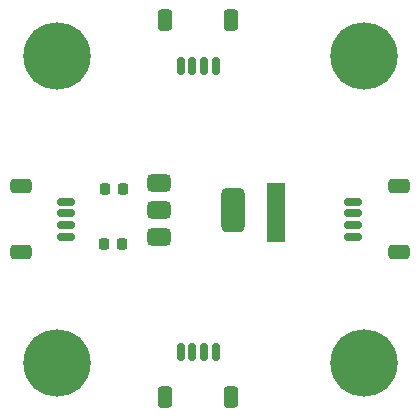
<source format=gts>
G04 #@! TF.GenerationSoftware,KiCad,Pcbnew,9.0.3*
G04 #@! TF.CreationDate,2025-08-26T16:33:49-07:00*
G04 #@! TF.ProjectId,i2c_breakout,6932635f-6272-4656-916b-6f75742e6b69,v1.0.0*
G04 #@! TF.SameCoordinates,Original*
G04 #@! TF.FileFunction,Soldermask,Top*
G04 #@! TF.FilePolarity,Negative*
%FSLAX45Y45*%
G04 Gerber Fmt 4.5, Leading zero omitted, Abs format (unit mm)*
G04 Created by KiCad (PCBNEW 9.0.3) date 2025-08-26 16:33:49*
%MOMM*%
%LPD*%
G01*
G04 APERTURE LIST*
G04 Aperture macros list*
%AMRoundRect*
0 Rectangle with rounded corners*
0 $1 Rounding radius*
0 $2 $3 $4 $5 $6 $7 $8 $9 X,Y pos of 4 corners*
0 Add a 4 corners polygon primitive as box body*
4,1,4,$2,$3,$4,$5,$6,$7,$8,$9,$2,$3,0*
0 Add four circle primitives for the rounded corners*
1,1,$1+$1,$2,$3*
1,1,$1+$1,$4,$5*
1,1,$1+$1,$6,$7*
1,1,$1+$1,$8,$9*
0 Add four rect primitives between the rounded corners*
20,1,$1+$1,$2,$3,$4,$5,0*
20,1,$1+$1,$4,$5,$6,$7,0*
20,1,$1+$1,$6,$7,$8,$9,0*
20,1,$1+$1,$8,$9,$2,$3,0*%
%AMFreePoly0*
4,1,6,1.000000,0.000000,0.500000,-0.750000,-0.500000,-0.750000,-0.500000,0.750000,0.500000,0.750000,1.000000,0.000000,1.000000,0.000000,$1*%
G04 Aperture macros list end*
%ADD10C,5.700000*%
%ADD11RoundRect,0.150000X0.150000X0.625000X-0.150000X0.625000X-0.150000X-0.625000X0.150000X-0.625000X0*%
%ADD12RoundRect,0.250000X0.350000X0.650000X-0.350000X0.650000X-0.350000X-0.650000X0.350000X-0.650000X0*%
%ADD13RoundRect,0.375000X-0.625000X-0.375000X0.625000X-0.375000X0.625000X0.375000X-0.625000X0.375000X0*%
%ADD14RoundRect,0.500000X-0.500000X-1.400000X0.500000X-1.400000X0.500000X1.400000X-0.500000X1.400000X0*%
%ADD15RoundRect,0.225000X-0.225000X-0.250000X0.225000X-0.250000X0.225000X0.250000X-0.225000X0.250000X0*%
%ADD16RoundRect,0.150000X-0.625000X0.150000X-0.625000X-0.150000X0.625000X-0.150000X0.625000X0.150000X0*%
%ADD17RoundRect,0.250000X-0.650000X0.350000X-0.650000X-0.350000X0.650000X-0.350000X0.650000X0.350000X0*%
%ADD18RoundRect,0.150000X0.625000X-0.150000X0.625000X0.150000X-0.625000X0.150000X-0.625000X-0.150000X0*%
%ADD19RoundRect,0.250000X0.650000X-0.350000X0.650000X0.350000X-0.650000X0.350000X-0.650000X-0.350000X0*%
%ADD20RoundRect,0.150000X-0.150000X-0.625000X0.150000X-0.625000X0.150000X0.625000X-0.150000X0.625000X0*%
%ADD21RoundRect,0.250000X-0.350000X-0.650000X0.350000X-0.650000X0.350000X0.650000X-0.350000X0.650000X0*%
%ADD22RoundRect,0.225000X0.225000X0.250000X-0.225000X0.250000X-0.225000X-0.250000X0.225000X-0.250000X0*%
%ADD23FreePoly0,270.000000*%
%ADD24FreePoly0,90.000000*%
G04 APERTURE END LIST*
G36*
X14680000Y-6323750D02*
G01*
X14530000Y-6323750D01*
X14530000Y-6823750D01*
X14680000Y-6823750D01*
X14680000Y-6323750D01*
G37*
D10*
X15350000Y-7850000D03*
D11*
X14100000Y-5333750D03*
X14000000Y-5333750D03*
X13900000Y-5333750D03*
X13800000Y-5333750D03*
D12*
X14230000Y-4946250D03*
X13670000Y-4946250D03*
D10*
X12750000Y-7850000D03*
D13*
X13615000Y-6323750D03*
X13615000Y-6553750D03*
D14*
X14245000Y-6553750D03*
D13*
X13615000Y-6783750D03*
D15*
X13147500Y-6843750D03*
X13302500Y-6843750D03*
D16*
X12832500Y-6483750D03*
X12832500Y-6583750D03*
X12832500Y-6683750D03*
X12832500Y-6783750D03*
D17*
X12445000Y-6353750D03*
X12445000Y-6913750D03*
D10*
X15350000Y-5250000D03*
D18*
X15257500Y-6783750D03*
X15257500Y-6683750D03*
X15257500Y-6583750D03*
X15257500Y-6483750D03*
D19*
X15645000Y-6913750D03*
X15645000Y-6353750D03*
D20*
X13800000Y-7753750D03*
X13900000Y-7753750D03*
X14000000Y-7753750D03*
X14100000Y-7753750D03*
D21*
X13670000Y-8141250D03*
X14230000Y-8141250D03*
D22*
X13315000Y-6373750D03*
X13160000Y-6373750D03*
D23*
X14605000Y-6373750D03*
D24*
X14605000Y-6773750D03*
D10*
X12750000Y-5250000D03*
M02*

</source>
